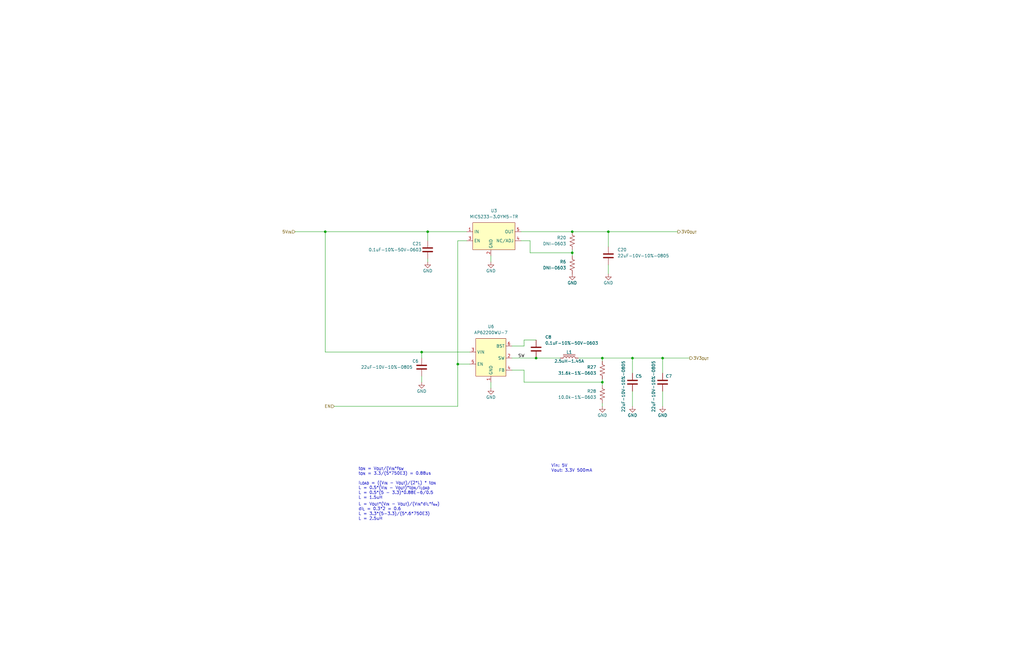
<source format=kicad_sch>
(kicad_sch (version 20230121) (generator eeschema)
  (paper "USLedger")
  (title_block (title "Pi Power Board 2") (date "2022-11-11") (rev "1") (company "971 Spartan Robotics"))
  (lib_symbols
    (symbol "Device:C" (pin_numbers hide) (pin_names (offset 0.254))
      (property "Reference" "C" (at 0.635 2.54 0))
      (property "Value" "C" (at 0.635 -2.54 0))
      (symbol "C_0_1"
        (polyline (pts (xy -2.032 -0.762) (xy 2.032 -0.762)) (stroke (width 0.508)))
        (polyline (pts (xy -2.032 0.762) (xy 2.032 0.762)) (stroke (width 0.508)))
      )
      (symbol "C_1_1"
        (pin passive line (at 0 3.81 270) (length 2.794) (name "~") (number "1"))
        (pin passive line (at 0 -3.81 90) (length 2.794) (name "~") (number "2"))
      )
    )
    (symbol "Device:L_Iron" (pin_numbers hide) (pin_names (offset 1.016) hide)
      (property "Reference" "L" (at -1.27 0 90))
      (property "Value" "L_Iron" (at 2.794 0 90))
      (symbol "L_Iron_0_1"
        (arc (start 0 -2.54) (mid 0.6323 -1.905) (end 0 -1.27))
        (arc (start 0 -1.27) (mid 0.6323 -0.635) (end 0 0))
        (polyline (pts (xy 1.016 2.54) (xy 1.016 -2.54)))
        (polyline (pts (xy 1.524 -2.54) (xy 1.524 2.54)))
        (arc (start 0 0) (mid 0.6323 0.635) (end 0 1.27))
        (arc (start 0 1.27) (mid 0.6323 1.905) (end 0 2.54))
      )
      (symbol "L_Iron_1_1"
        (pin passive line (at 0 3.81 270) (length 1.27) (name "1") (number "1"))
        (pin passive line (at 0 -3.81 90) (length 1.27) (name "2") (number "2"))
      )
    )
    (symbol "Device:R_US" (pin_numbers hide) (pin_names (offset 0))
      (property "Reference" "R" (at 2.54 0 90))
      (property "Value" "R_US" (at -2.54 0 90))
      (symbol "R_US_0_1"
        (polyline (pts (xy 0 -2.286) (xy 0 -2.54)))
        (polyline (pts (xy 0 2.286) (xy 0 2.54)))
        (polyline (pts (xy 0 -0.762) (xy 1.016 -1.143) (xy 0 -1.524) (xy -1.016 -1.905) (xy 0 -2.286)))
        (polyline (pts (xy 0 0.762) (xy 1.016 0.381) (xy 0 0) (xy -1.016 -0.381) (xy 0 -0.762)))
        (polyline (pts (xy 0 2.286) (xy 1.016 1.905) (xy 0 1.524) (xy -1.016 1.143) (xy 0 0.762)))
      )
      (symbol "R_US_1_1"
        (pin passive line (at 0 3.81 270) (length 1.27) (name "~") (number "1"))
        (pin passive line (at 0 -3.81 90) (length 1.27) (name "~") (number "2"))
      )
    )
    (symbol "PI-Power-Board:AP62200WU-7"
      (property "Reference" "U" (at 0 0 0))
      (property "Value" "AP62200WU-7" (at 0 0 0))
      (symbol "AP62200WU-7_0_0"
        (pin output line (at 15.24 -8.255 180) (length 2.54) (name "SW") (number "2"))
        (pin power_in line (at -2.54 -5.715 0) (length 2.54) (name "VIN") (number "3"))
        (pin input line (at 15.24 -13.335 180) (length 2.54) (name "FB") (number "4"))
        (pin input line (at -2.54 -10.795 0) (length 2.54) (name "EN") (number "5"))
        (pin passive line (at 15.24 -3.175 180) (length 2.54) (name "BST") (number "6"))
      )
      (symbol "AP62200WU-7_0_1"
        (rectangle (start 0 0) (end 12.7 -15.875) (fill (type background)))
      )
      (symbol "AP62200WU-7_1_1"
        (pin passive line (at 6.35 -18.415 90) (length 2.54) (name "GND") (number "1"))
      )
    )
    (symbol "PI-Power-Board:MIC5233-3.0YM5-TR"
      (property "Reference" "U" (at 0 0 0))
      (property "Value" "MIC5233-3.0YM5-TR" (at 0 0 0))
      (symbol "MIC5233-3.0YM5-TR_0_1"
        (rectangle (start 0 0) (end 17.78 -11.43) (fill (type background)))
      )
      (symbol "MIC5233-3.0YM5-TR_1_1"
        (pin power_in line (at -2.54 -3.81 0) (length 2.54) (name "IN") (number "1"))
        (pin passive line (at 7.62 -13.97 90) (length 2.54) (name "GND") (number "2"))
        (pin input line (at -2.54 -7.62 0) (length 2.54) (name "EN") (number "3"))
        (pin power_in line (at 20.32 -7.62 180) (length 2.54) (name "NC/ADJ") (number "4"))
        (pin power_out line (at 20.32 -3.81 180) (length 2.54) (name "OUT") (number "5"))
      )
    )
    (symbol "power:GND" (power) (pin_names (offset 0))
      (property "Value" "GND" (at 0 -3.81 0))
      (symbol "GND_0_1"
        (polyline (pts (xy 0 0) (xy 0 -1.27) (xy 1.27 -1.27) (xy 0 -2.54) (xy -1.27 -1.27) (xy 0 -1.27)))
      )
      (symbol "GND_1_1"
        (pin power_in line (at 0 0 270) (length 0) hide (name "GND") (number "1"))
      )
    )
  )
  (junction (at 137.16 97.79))
  (junction (at 241.3 106.68))
  (junction (at 226.06 151.13))
  (junction (at 177.8 148.59))
  (junction (at 279.4 151.13))
  (junction (at 254 161.29))
  (junction (at 254 151.13))
  (junction (at 241.3 97.79))
  (junction (at 266.7 151.13))
  (junction (at 193.04 153.67))
  (junction (at 180.34 97.79))
  (junction (at 256.54 97.79))
  (wire (pts (xy 279.4 151.13) (xy 279.4 157.48)))
  (wire (pts (xy 279.4 165.1) (xy 279.4 171.45)))
  (wire (pts (xy 256.54 97.79) (xy 256.54 104.14)))
  (wire (pts (xy 219.71 97.79) (xy 241.3 97.79)))
  (wire (pts (xy 219.71 101.6) (xy 223.52 101.6)))
  (wire (pts (xy 220.98 156.21) (xy 220.98 161.29)))
  (wire (pts (xy 254 151.13) (xy 254 152.4)))
  (wire (pts (xy 180.34 97.79) (xy 180.34 101.6)))
  (wire (pts (xy 243.84 151.13) (xy 254 151.13)))
  (wire (pts (xy 124.46 97.79) (xy 137.16 97.79)))
  (wire (pts (xy 180.34 97.79) (xy 196.85 97.79)))
  (wire (pts (xy 177.8 158.75) (xy 177.8 161.29)))
  (wire (pts (xy 215.9 156.21) (xy 220.98 156.21)))
  (wire (pts (xy 254 160.02) (xy 254 161.29)))
  (wire (pts (xy 220.98 146.05) (xy 220.98 143.51)))
  (wire (pts (xy 215.9 151.13) (xy 226.06 151.13)))
  (wire (pts (xy 177.8 151.13) (xy 177.8 148.59)))
  (wire (pts (xy 220.98 146.05) (xy 215.9 146.05)))
  (wire (pts (xy 256.54 97.79) (xy 285.75 97.79)))
  (wire (pts (xy 266.7 165.1) (xy 266.7 171.45)))
  (wire (pts (xy 177.8 148.59) (xy 198.12 148.59)))
  (wire (pts (xy 256.54 111.76) (xy 256.54 115.57)))
  (wire (pts (xy 241.3 106.68) (xy 241.3 107.95)))
  (wire (pts (xy 220.98 161.29) (xy 254 161.29)))
  (wire (pts (xy 254 151.13) (xy 266.7 151.13)))
  (wire (pts (xy 207.01 163.83) (xy 207.01 161.29)))
  (wire (pts (xy 137.16 97.79) (xy 137.16 148.59)))
  (wire (pts (xy 266.7 151.13) (xy 266.7 157.48)))
  (wire (pts (xy 196.85 101.6) (xy 193.04 101.6)))
  (wire (pts (xy 266.7 151.13) (xy 279.4 151.13)))
  (wire (pts (xy 180.34 109.22) (xy 180.34 110.49)))
  (wire (pts (xy 140.97 171.45) (xy 193.04 171.45)))
  (wire (pts (xy 223.52 101.6) (xy 223.52 106.68)))
  (wire (pts (xy 207.01 110.49) (xy 207.01 107.95)))
  (wire (pts (xy 254 170.18) (xy 254 171.45)))
  (wire (pts (xy 193.04 153.67) (xy 193.04 171.45)))
  (wire (pts (xy 137.16 148.59) (xy 177.8 148.59)))
  (wire (pts (xy 198.12 153.67) (xy 193.04 153.67)))
  (wire (pts (xy 254 161.29) (xy 254 162.56)))
  (wire (pts (xy 241.3 97.79) (xy 256.54 97.79)))
  (wire (pts (xy 220.98 143.51) (xy 226.06 143.51)))
  (wire (pts (xy 137.16 97.79) (xy 180.34 97.79)))
  (wire (pts (xy 226.06 151.13) (xy 236.22 151.13)))
  (wire (pts (xy 241.3 105.41) (xy 241.3 106.68)))
  (wire (pts (xy 223.52 106.68) (xy 241.3 106.68)))
  (wire (pts (xy 193.04 101.6) (xy 193.04 153.67)))
  (wire (pts (xy 279.4 151.13) (xy 290.83 151.13)))
  (text "Vin: 5V\nVout: 3.3V 500mA" (at 232.41 199.39 0) (effects (font (size 1.27 1.27)) (justify left bottom)))
  (text "I_{LOAD} = ((V_{IN} - V_{OUT})/(2*L) * t_{ON}\nL = 0.5*(V_{IN} - V_{OUT})*t_{ON}/I_{LOAD}\nL = 0.5*(5 - 3.3)*0.88E-6/0.5\nL = 1.5uH" (at 151.13 210.82 0) (effects (font (size 1.27 1.27)) (justify left bottom)))
  (text "L = V_{OUT}*(V_{IN} - V_{OUT})/(V_{IN}*dI_{L}*f_{sw})\ndI_{L} = 0.3*2 = 0.6\nL = 3.3*(5-3.3)/(5*.6*750E3)\nL = 2.5uH" (at 151.13 219.71 0) (effects (font (size 1.27 1.27)) (justify left bottom)))
  (text "t_{ON} = V_{OUT}/(V_{IN}*f_{SW}\nt_{ON} = 3.3/(5*750E3) = 0.88us" (at 151.13 200.66 0) (effects (font (size 1.27 1.27)) (justify left bottom)))
  (label "SW" (at 218.44 151.13 0))
  (hierarchical_label "EN" (shape input) (at 140.97 171.45 180))
  (hierarchical_label "3V3_{OUT}" (shape output) (at 290.83 151.13 0))
  (hierarchical_label "5V_{IN}" (shape input) (at 124.46 97.79 180))
  (hierarchical_label "3V0_{OUT}" (shape output) (at 285.75 97.79 0))
  (symbol (lib_id "Device:R_US") (at 254 166.37 0) (unit 1)
    (property "Reference" "R28" (at 251.46 165.1 0) (effects (justify right)))
    (property "Value" "10.0k-1%-0603" (at 251.46 167.64 0) (effects (justify right)))
    (property "Footprint" "Resistor_SMD:R_0603_1608Metric" (effects hide))
    (property "MFG" "Yageo" (effects hide))
    (property "MFG P/N" "RC0603FR-0710KL" (effects hide))
  )
  (symbol (lib_id "Device:R_US") (at 254 156.21 0) (unit 1)
    (property "Reference" "R27" (at 251.46 154.94 0) (effects (justify right)))
    (property "Value" "31.6k-1%-0603" (at 251.46 157.48 0) (effects (justify right)))
    (property "Footprint" "Resistor_SMD:R_0603_1608Metric" (effects hide))
    (property "MFG" "Stackpole Electronics Inc" (effects hide))
    (property "MFG P/N" "RMCF0603FT31K6" (effects hide))
  )
  (symbol (lib_id "PI-Power-Board:AP62200WU-7") (at 200.66 142.875 0) (unit 1)
    (property "Reference" "U6" (at 207.01 137.795 0))
    (property "Value" "AP62200WU-7" (at 207.01 140.335 0))
    (property "Footprint" "Package_TO_SOT_SMD:TSOT-23-6" (effects hide))
    (property "Datasheet" "https://www.diodes.com/assets/Datasheets/AP62200_AP62201_AP62200T.pdf" (effects hide))
    (property "MFG" "Diodes Inc" (effects hide))
    (property "MFG P/N" "AP62200WU-7" (effects hide))
  )
  (symbol (lib_id "power:GND") (at 180.34 110.49 0) (unit 1)
    (property "Reference" "#PWR056" (effects hide))
    (property "Value" "GND" (at 180.34 114.3 0))
  )
  (symbol (lib_id "power:GND") (at 279.4 171.45 0) (unit 1)
    (property "Reference" "#PWR063" (effects hide))
    (property "Value" "GND" (at 279.4 175.26 0))
  )
  (symbol (lib_id "Device:C") (at 177.8 154.94 0) (unit 1)
    (property "Reference" "C6" (at 176.53 152.4 0) (effects (justify right)))
    (property "Value" "22uF-10V-10%-0805" (at 173.99 154.94 0) (effects (justify right)))
    (property "Footprint" "Capacitor_SMD:C_0805_2012Metric" (effects hide))
    (property "MFG" "Samsung Electro-Mechanics" (effects hide))
    (property "MFG P/N" "CL21A226KPCLRNC" (effects hide))
  )
  (symbol (lib_id "Device:R_US") (at 241.3 101.6 0) (unit 1)
    (property "Reference" "R20" (at 238.76 100.33 0) (effects (justify right)))
    (property "Value" "DNI-0603" (at 238.76 102.87 0) (effects (justify right)))
    (property "Footprint" "Resistor_SMD:R_0603_1608Metric" (effects hide))
  )
  (symbol (lib_id "power:GND") (at 207.01 163.83 0) (unit 1)
    (property "Reference" "#PWR058" (effects hide))
    (property "Value" "GND" (at 207.01 167.64 0))
  )
  (symbol (lib_id "power:GND") (at 266.7 171.45 0) (unit 1)
    (property "Reference" "#PWR062" (effects hide))
    (property "Value" "GND" (at 266.7 175.26 0))
  )
  (symbol (lib_id "power:GND") (at 254 171.45 0) (unit 1)
    (property "Reference" "#PWR060" (effects hide))
    (property "Value" "GND" (at 254 175.26 0))
  )
  (symbol (lib_id "Device:C") (at 266.7 161.29 0) (unit 1)
    (property "Reference" "C5" (at 267.97 158.75 0) (effects (justify left)))
    (property "Value" "22uF-10V-10%-0805" (at 262.89 173.99 90) (effects (justify left)))
    (property "Footprint" "Capacitor_SMD:C_0805_2012Metric" (effects hide))
    (property "MFG" "Samsung Electro-Mechanics" (effects hide))
    (property "MFG P/N" "CL21A226KPCLRNC" (effects hide))
  )
  (symbol (lib_id "Device:C") (at 279.4 161.29 0) (unit 1)
    (property "Reference" "C7" (at 280.67 158.75 0) (effects (justify left)))
    (property "Value" "22uF-10V-10%-0805" (at 275.59 173.99 90) (effects (justify left)))
    (property "Footprint" "Capacitor_SMD:C_0805_2012Metric" (effects hide))
    (property "MFG" "Samsung Electro-Mechanics" (effects hide))
    (property "MFG P/N" "CL21A226KPCLRNC" (effects hide))
  )
  (symbol (lib_id "Device:R_US") (at 241.3 111.76 0) (unit 1)
    (property "Reference" "R6" (at 238.76 110.49 0) (effects (justify right)))
    (property "Value" "DNI-0603" (at 238.76 113.03 0) (effects (justify right)))
    (property "Footprint" "Resistor_SMD:R_0603_1608Metric" (effects hide))
  )
  (symbol (lib_id "power:GND") (at 177.8 161.29 0) (unit 1)
    (property "Reference" "#PWR055" (effects hide))
    (property "Value" "GND" (at 177.8 165.1 0))
  )
  (symbol (lib_id "PI-Power-Board:MIC5233-3.0YM5-TR") (at 199.39 93.98 0) (unit 1)
    (property "Reference" "U3" (at 208.28 88.9 0))
    (property "Value" "MIC5233-3.0YM5-TR" (at 208.28 91.44 0))
    (property "Footprint" "Package_TO_SOT_SMD:SOT-23-5" (effects hide))
    (property "Datasheet" "https://ww1.microchip.com/downloads/aemDocuments/documents/OTH/ProductDocuments/DataSheets/MIC5233-Data-Sheet-DS20006033D.pdf" (effects hide))
    (property "MFG" "Microchip" (effects hide))
    (property "MFG P/N" "MIC5233-3.0YM5-TR" (effects hide))
  )
  (symbol (lib_id "power:GND") (at 256.54 115.57 0) (unit 1)
    (property "Reference" "#PWR061" (effects hide))
    (property "Value" "GND" (at 256.54 119.38 0))
  )
  (symbol (lib_id "power:GND") (at 207.01 110.49 0) (unit 1)
    (property "Reference" "#PWR057" (effects hide))
    (property "Value" "GND" (at 207.01 114.3 0))
  )
  (symbol (lib_id "Device:C") (at 256.54 107.95 0) (unit 1)
    (property "Reference" "C20" (at 260.35 105.41 0) (effects (justify left)))
    (property "Value" "22uF-10V-10%-0805" (at 260.35 107.95 0) (effects (justify left)))
    (property "Footprint" "Capacitor_SMD:C_0805_2012Metric" (effects hide))
    (property "MFG" "Samsung Electro-Mechanics" (effects hide))
    (property "MFG P/N" "CL21A226KPCLRNC" (effects hide))
  )
  (symbol (lib_id "Device:L_Iron") (at 240.03 151.13 90) (unit 1)
    (property "Reference" "L1" (at 240.03 148.59 90))
    (property "Value" "2.5uH-1.45A" (at 240.03 152.4 90))
    (property "Footprint" "PI-Power-Board:WE-TPC-744031002" (effects hide))
    (property "Datasheet" "https://www.we-online.com/katalog/datasheet/744031002.pdf" (effects hide))
    (property "MFG" "Wurth Electronik" (effects hide))
    (property "MFG P/N" "744031002" (effects hide))
  )
  (symbol (lib_id "Device:C") (at 226.06 147.32 0) (unit 1)
    (property "Reference" "C8" (at 229.87 142.24 0) (effects (justify left)))
    (property "Value" "0.1uF-10%-50V-0603" (at 229.87 144.78 0) (effects (justify left)))
    (property "Footprint" "Capacitor_SMD:C_0603_1608Metric" (effects hide))
    (property "MFG" "Samsung Electro-Mechanics" (effects hide))
    (property "MFG P/N" "CL10B104KB8NNNC" (effects hide))
  )
  (symbol (lib_id "power:GND") (at 241.3 115.57 0) (unit 1)
    (property "Reference" "#PWR059" (effects hide))
    (property "Value" "GND" (at 241.3 119.38 0))
  )
  (symbol (lib_id "Device:C") (at 180.34 105.41 0) (mirror y) (unit 1)
    (property "Reference" "C21" (at 177.8 102.87 0) (effects (justify left)))
    (property "Value" "0.1uF-10%-50V-0603" (at 177.8 105.41 0) (effects (justify left)))
    (property "Footprint" "Capacitor_SMD:C_0603_1608Metric" (effects hide))
    (property "MFG" "Samsung Electro-Mechanics" (effects hide))
    (property "MFG P/N" "CL10B104KB8NNNC" (effects hide))
  )
)
</source>
